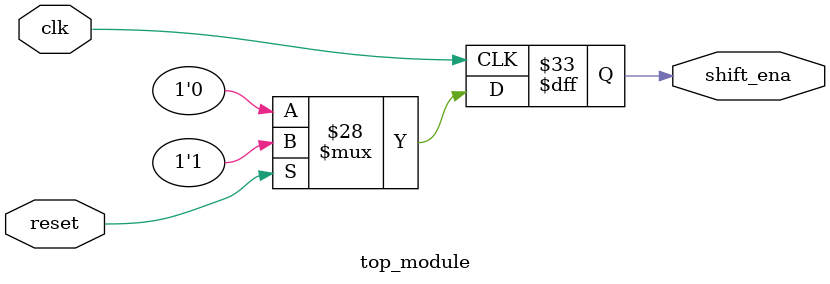
<source format=sv>
module top_module(
    input clk,
    input reset,
    output reg shift_ena);

    reg [1:0] state;
    reg [1:0] next_state;
    
    parameter IDLE = 2'b00;
    parameter SET_SHIFT_ENA = 2'b01;
    
    always @(posedge clk) begin
        if (reset) begin
            state <= IDLE;
            shift_ena <= 1'b1;
        end else begin
            state <= next_state;
            shift_ena <= 1'b0;
        end
    end
    
    always @(state) begin
        case (state)
            IDLE: 
                if (reset) begin
                    next_state = SET_SHIFT_ENA;
                end else if (reset == 1 && state == IDLE) begin
                    next_state = SET_SHIFT_ENA;
                end else begin
                    next_state = IDLE;
                end
            SET_SHIFT_ENA:
                next_state = IDLE;
            default:
                next_state = IDLE;
        endcase
    end

endmodule

</source>
